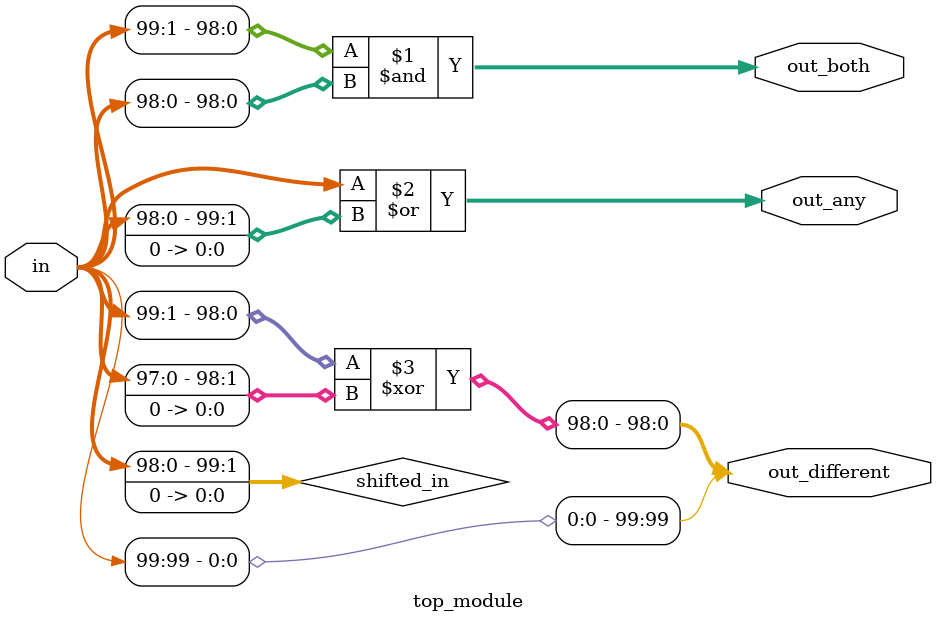
<source format=sv>
module top_module (
    input [99:0] in,
    output [98:0] out_both,
    output [99:0] out_any,
    output [99:0] out_different
);

    wire [99:0] shifted_in;

    // Shift the input vector to the left by 1 bit
    assign shifted_in = {in[98:0], 1'b0};

    // Generate out_both output using bitwise AND operation (resulting in a 99-bit vector)
    assign out_both = in[99:1] & in[98:0];

    // Generate out_any output using bitwise OR operation (resulting in a 100-bit vector)
    assign out_any = in | shifted_in;

    // Generate out_different output using bitwise XOR operation (resulting in a 100-bit vector)
    assign out_different = {in[99] ^ shifted_in[0], in[99:1] ^ shifted_in[98:0]};

endmodule

</source>
